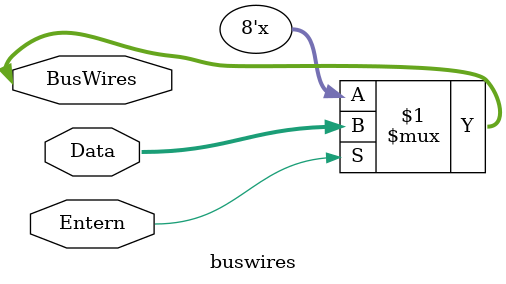
<source format=v>
module buswires (
    input  wire [7:0] Data,    // 输入数据
    input  wire       Entern,  // 三态控制信号，高电平时输出Data到总线
    inout  wire [7:0] BusWires // 8位双向总线
);

// 当Entern为高电平时，将Data输出到总线；否则总线处于高阻态
assign BusWires = Entern ? Data : 8'bz;

endmodule
</source>
